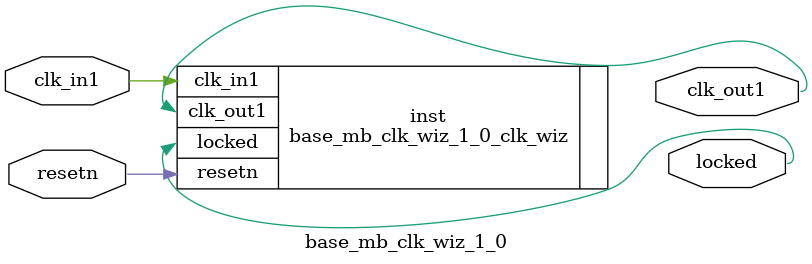
<source format=v>


`timescale 1ps/1ps

(* CORE_GENERATION_INFO = "base_mb_clk_wiz_1_0,clk_wiz_v6_0_2_0_0,{component_name=base_mb_clk_wiz_1_0,use_phase_alignment=true,use_min_o_jitter=false,use_max_i_jitter=false,use_dyn_phase_shift=false,use_inclk_switchover=false,use_dyn_reconfig=false,enable_axi=0,feedback_source=FDBK_AUTO,PRIMITIVE=MMCM,num_out_clk=1,clkin1_period=10.000,clkin2_period=10.000,use_power_down=false,use_reset=true,use_locked=true,use_inclk_stopped=false,feedback_type=SINGLE,CLOCK_MGR_TYPE=NA,manual_override=false}" *)

module base_mb_clk_wiz_1_0 
 (
  // Clock out ports
  output        clk_out1,
  // Status and control signals
  input         resetn,
  output        locked,
 // Clock in ports
  input         clk_in1
 );

  base_mb_clk_wiz_1_0_clk_wiz inst
  (
  // Clock out ports  
  .clk_out1(clk_out1),
  // Status and control signals               
  .resetn(resetn), 
  .locked(locked),
 // Clock in ports
  .clk_in1(clk_in1)
  );

endmodule

</source>
